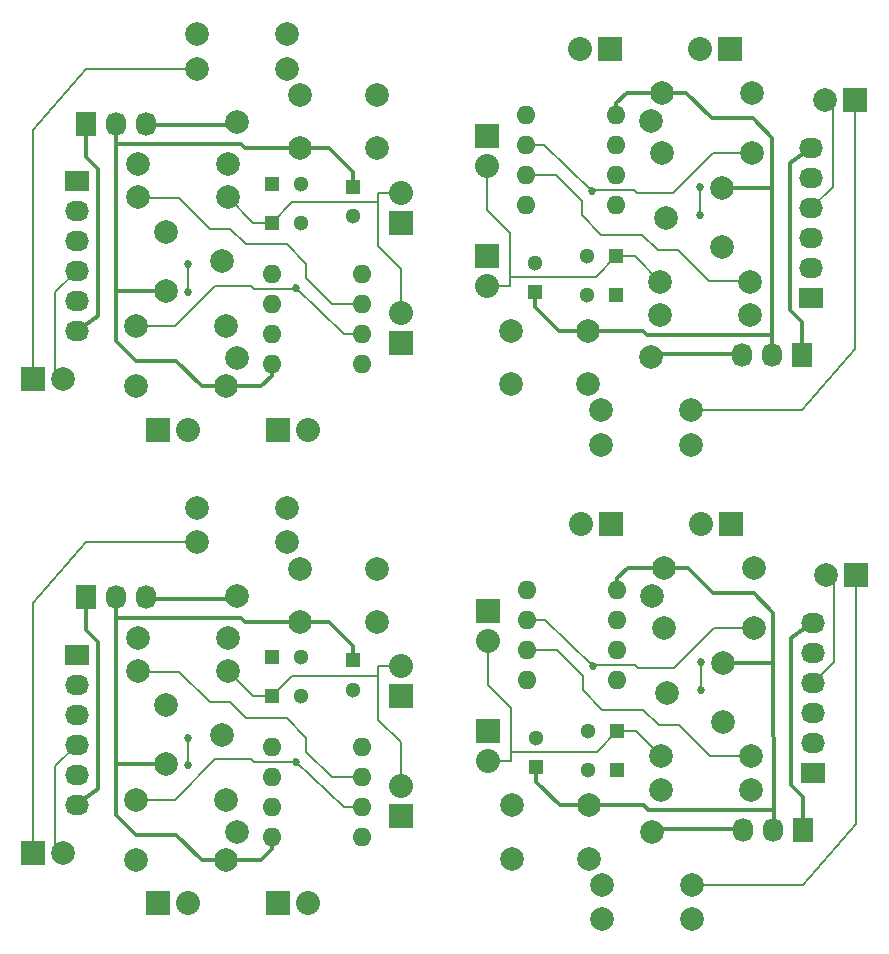
<source format=gtl>
%MOIN*%
%OFA0B0*%
%FSLAX46Y46*%
%IPPOS*%
%LPD*%
%ADD10C,0.0039370078740157488*%
%ADD11R,0.051181102362204731X0.051181102362204731*%
%ADD12C,0.051181102362204731*%
%ADD13R,0.07874015748031496X0.07874015748031496*%
%ADD14C,0.07874015748031496*%
%ADD15O,0.062992125984251982X0.062992125984251982*%
%ADD16R,0.08X0.08*%
%ADD17O,0.08X0.08*%
%ADD18C,0.0787*%
%ADD19R,0.08X0.068*%
%ADD20O,0.08X0.068*%
%ADD21R,0.068X0.08*%
%ADD22O,0.068X0.08*%
%ADD23C,0.027*%
%ADD24C,0.008*%
%ADD25C,0.012000000000000002*%
%ADD36C,0.0039370078740157488*%
%ADD37R,0.051181102362204731X0.051181102362204731*%
%ADD38C,0.051181102362204731*%
%ADD39R,0.07874015748031496X0.07874015748031496*%
%ADD40C,0.07874015748031496*%
%ADD41O,0.062992125984251982X0.062992125984251982*%
%ADD42R,0.08X0.08*%
%ADD43O,0.08X0.08*%
%ADD44C,0.0787*%
%ADD45R,0.08X0.068*%
%ADD46O,0.08X0.068*%
%ADD47R,0.068X0.08*%
%ADD48O,0.068X0.08*%
%ADD49C,0.027*%
%ADD50C,0.008*%
%ADD51C,0.012000000000000002*%
%ADD52C,0.0039370078740157488*%
%ADD53R,0.051181102362204731X0.051181102362204731*%
%ADD54C,0.051181102362204731*%
%ADD55R,0.07874015748031496X0.07874015748031496*%
%ADD56C,0.07874015748031496*%
%ADD57O,0.062992125984251982X0.062992125984251982*%
%ADD58R,0.08X0.08*%
%ADD59O,0.08X0.08*%
%ADD60C,0.0787*%
%ADD61R,0.08X0.068*%
%ADD62O,0.08X0.068*%
%ADD63R,0.068X0.08*%
%ADD64O,0.068X0.08*%
%ADD65C,0.027*%
%ADD66C,0.008*%
%ADD67C,0.012000000000000002*%
%ADD68C,0.0039370078740157488*%
%ADD69R,0.051181102362204731X0.051181102362204731*%
%ADD70C,0.051181102362204731*%
%ADD71R,0.07874015748031496X0.07874015748031496*%
%ADD72C,0.07874015748031496*%
%ADD73O,0.062992125984251982X0.062992125984251982*%
%ADD74R,0.08X0.08*%
%ADD75O,0.08X0.08*%
%ADD76C,0.0787*%
%ADD77R,0.08X0.068*%
%ADD78O,0.08X0.068*%
%ADD79R,0.068X0.08*%
%ADD80O,0.068X0.08*%
%ADD81C,0.027*%
%ADD82C,0.008*%
%ADD83C,0.012000000000000002*%
G01*
D10*
D11*
X0005787401Y-0004055118D02*
X0001067401Y0000894881D03*
D12*
X0001165826Y0000894881D03*
D11*
X0001337401Y0001014881D03*
D12*
X0001337401Y0000916456D03*
D11*
X0001067401Y0001024881D03*
D12*
X0001165826Y0001024881D03*
D13*
X0000271653Y0000372598D03*
D14*
X0000371653Y0000372598D03*
D15*
X0001367401Y0000424881D03*
X0001367401Y0000524881D03*
X0001367401Y0000624881D03*
X0001367401Y0000724881D03*
X0001067401Y0000724881D03*
X0001067401Y0000624881D03*
X0001067401Y0000524881D03*
X0001067401Y0000424881D03*
D16*
X0001087401Y0000204881D03*
D17*
X0001187401Y0000204881D03*
D16*
X0000687401Y0000204881D03*
D17*
X0000787401Y0000204881D03*
D16*
X0001497401Y0000894881D03*
D17*
X0001497401Y0000994881D03*
D16*
X0001497401Y0000494881D03*
D17*
X0001497401Y0000594881D03*
D18*
X0000921653Y0001089133D03*
X0000621653Y0001089133D03*
X0001118503Y0001408031D03*
X0000818503Y0001408031D03*
X0000818503Y0001522204D03*
X0001118503Y0001522204D03*
X0000913779Y0000348976D03*
X0000613779Y0000348976D03*
X0000621653Y0000978897D03*
X0000921653Y0000978897D03*
X0000613779Y0000549763D03*
X0000913779Y0000549763D03*
X0001163338Y0001142266D03*
X0001419338Y0001319466D03*
X0001163338Y0001319466D03*
X0001419338Y0001142266D03*
D19*
X0000417322Y0001034015D03*
D20*
X0000417322Y0000934015D03*
X0000417322Y0000834015D03*
X0000417322Y0000734015D03*
X0000417322Y0000634015D03*
X0000417322Y0000534015D03*
D14*
X0000952755Y0001230866D03*
X0000952755Y0000443464D03*
D18*
X0000714517Y0000864699D03*
X0000901574Y0000766299D03*
X0000714517Y0000667899D03*
D21*
X0000448818Y0001224409D03*
D22*
X0000548818Y0001224409D03*
X0000648818Y0001224409D03*
D23*
X0001147401Y0000677381D03*
X0000789901Y0000664881D03*
X0000789901Y0000757381D03*
D24*
X0001067401Y0000894881D02*
X0001005669Y0000894881D01*
X0001005669Y0000894881D02*
X0000921653Y0000978897D01*
X0001497401Y0000994881D02*
X0001421259Y0000994645D01*
X0001135669Y0000963149D02*
X0001067401Y0000894881D01*
X0001421259Y0000963149D02*
X0001135669Y0000963149D01*
X0001421259Y0000994645D02*
X0001421259Y0000963149D01*
X0001497401Y0000994881D02*
X0001472677Y0000994881D01*
X0001497401Y0000741338D02*
X0001497401Y0000594881D01*
X0001421259Y0000817480D02*
X0001497401Y0000741338D01*
X0001421259Y0000963149D02*
X0001421259Y0000817480D01*
X0001497401Y0000994881D02*
X0001492401Y0000994881D01*
D25*
X0000547401Y0000667899D02*
X0000547401Y0000499881D01*
X0000749090Y0000433881D02*
X0000833996Y0000348976D01*
X0000613401Y0000433881D02*
X0000749090Y0000433881D01*
X0000547401Y0000499881D02*
X0000613401Y0000433881D01*
X0000714517Y0000667899D02*
X0000547401Y0000667899D01*
X0000547401Y0000667899D02*
X0000547244Y0001156062D01*
X0001163338Y0001142266D02*
X0000978363Y0001142266D01*
X0000964566Y0001156062D02*
X0000547244Y0001156062D01*
X0000978363Y0001142266D02*
X0000964566Y0001156062D01*
X0000547244Y0001219055D02*
X0000547244Y0001156062D01*
X0000913779Y0000348976D02*
X0000833996Y0000348976D01*
X0001067401Y0000424881D02*
X0001067401Y0000384881D01*
X0001031496Y0000348976D02*
X0000913779Y0000348976D01*
X0001067401Y0000384881D02*
X0001031496Y0000348976D01*
X0001337401Y0001014881D02*
X0001337401Y0001062755D01*
X0001257891Y0001142266D02*
X0001163338Y0001142266D01*
X0001337401Y0001062755D02*
X0001257891Y0001142266D01*
D24*
X0001147401Y0000677381D02*
X0001144901Y0000674881D01*
X0001144901Y0000674881D02*
X0001009901Y0000674881D01*
X0001009901Y0000674881D02*
X0001007401Y0000674881D01*
X0001007401Y0000674881D02*
X0000997401Y0000684881D01*
X0000997401Y0000684881D02*
X0000879901Y0000684881D01*
X0000879901Y0000684881D02*
X0000744783Y0000549763D01*
X0000744783Y0000549763D02*
X0000613779Y0000549763D01*
X0001147401Y0000677381D02*
X0001308346Y0000524881D01*
X0001308346Y0000524881D02*
X0001367401Y0000524881D01*
X0000818503Y0001408031D02*
X0000448051Y0001408031D01*
X0000448051Y0001408031D02*
X0000272401Y0001204881D01*
X0000272401Y0001204881D02*
X0000272401Y0000369881D01*
X0000371653Y0000372598D02*
X0000346456Y0000397795D01*
X0000346456Y0000397795D02*
X0000346456Y0000663149D01*
X0000346456Y0000663149D02*
X0000417322Y0000734015D01*
X0001367086Y0000624566D02*
X0001267716Y0000624566D01*
X0000759901Y0000977381D02*
X0000623169Y0000977381D01*
X0000862401Y0000874881D02*
X0000759901Y0000977381D01*
X0000929901Y0000874881D02*
X0000862401Y0000874881D01*
X0000982401Y0000822381D02*
X0000929901Y0000874881D01*
X0001117401Y0000822381D02*
X0000982401Y0000822381D01*
X0001182401Y0000757381D02*
X0001117401Y0000822381D01*
X0001182401Y0000709881D02*
X0001182401Y0000757381D01*
X0001267716Y0000624566D02*
X0001182401Y0000709881D01*
X0000623169Y0000977381D02*
X0000621653Y0000978897D01*
X0000789901Y0000664881D02*
X0000789901Y0000757381D01*
D25*
X0000940944Y0001219055D02*
X0000645644Y0001219055D01*
X0000952755Y0001230866D02*
X0000940944Y0001219055D01*
X0000417401Y0000534881D02*
X0000487401Y0000584881D01*
X0000487401Y0001074881D02*
X0000447401Y0001114881D01*
X0000487401Y0000584881D02*
X0000487401Y0001074881D01*
X0000487401Y0000584881D02*
X0000487401Y0000584881D01*
X0000447401Y0001114881D02*
X0000447401Y0001214881D01*
G04 next file*
G04 #@! TF.FileFunction,Copper,L1,Top,Signal*
G04 Gerber Fmt 4.6, Leading zero omitted, Abs format (unit mm)*
G04 Created by KiCad (PCBNEW 4.0.1-stable) date 10/18/2017 12:48:17 AM*
G01*
G04 APERTURE LIST*
G04 APERTURE END LIST*
D36*
D37*
X0005787401Y-0002476377D02*
X0001067401Y0002473621D03*
D38*
X0001165826Y0002473621D03*
D37*
X0001337401Y0002593621D03*
D38*
X0001337401Y0002495196D03*
D37*
X0001067401Y0002603621D03*
D38*
X0001165826Y0002603621D03*
D39*
X0000271653Y0001951338D03*
D40*
X0000371653Y0001951338D03*
D41*
X0001367401Y0002003621D03*
X0001367401Y0002103621D03*
X0001367401Y0002203621D03*
X0001367401Y0002303621D03*
X0001067401Y0002303621D03*
X0001067401Y0002203621D03*
X0001067401Y0002103621D03*
X0001067401Y0002003621D03*
D42*
X0001087401Y0001783621D03*
D43*
X0001187401Y0001783621D03*
D42*
X0000687401Y0001783621D03*
D43*
X0000787401Y0001783621D03*
D42*
X0001497401Y0002473621D03*
D43*
X0001497401Y0002573621D03*
D42*
X0001497401Y0002073621D03*
D43*
X0001497401Y0002173621D03*
D44*
X0000921653Y0002667873D03*
X0000621653Y0002667873D03*
X0001118503Y0002986771D03*
X0000818503Y0002986771D03*
X0000818503Y0003100944D03*
X0001118503Y0003100944D03*
X0000913779Y0001927716D03*
X0000613779Y0001927716D03*
X0000621653Y0002557637D03*
X0000921653Y0002557637D03*
X0000613779Y0002128503D03*
X0000913779Y0002128503D03*
X0001163338Y0002721006D03*
X0001419338Y0002898206D03*
X0001163338Y0002898206D03*
X0001419338Y0002721006D03*
D45*
X0000417322Y0002612755D03*
D46*
X0000417322Y0002512755D03*
X0000417322Y0002412755D03*
X0000417322Y0002312755D03*
X0000417322Y0002212755D03*
X0000417322Y0002112755D03*
D40*
X0000952755Y0002809606D03*
X0000952755Y0002022204D03*
D44*
X0000714517Y0002443439D03*
X0000901574Y0002345039D03*
X0000714517Y0002246639D03*
D47*
X0000448818Y0002803149D03*
D48*
X0000548818Y0002803149D03*
X0000648818Y0002803149D03*
D49*
X0001147401Y0002256121D03*
X0000789901Y0002243621D03*
X0000789901Y0002336121D03*
D50*
X0001067401Y0002473621D02*
X0001005669Y0002473621D01*
X0001005669Y0002473621D02*
X0000921653Y0002557637D01*
X0001497401Y0002573621D02*
X0001421259Y0002573385D01*
X0001135669Y0002541889D02*
X0001067401Y0002473621D01*
X0001421259Y0002541889D02*
X0001135669Y0002541889D01*
X0001421259Y0002573385D02*
X0001421259Y0002541889D01*
X0001497401Y0002573621D02*
X0001472677Y0002573621D01*
X0001497401Y0002320078D02*
X0001497401Y0002173621D01*
X0001421259Y0002396220D02*
X0001497401Y0002320078D01*
X0001421259Y0002541889D02*
X0001421259Y0002396220D01*
X0001497401Y0002573621D02*
X0001492401Y0002573621D01*
D51*
X0000547401Y0002246639D02*
X0000547401Y0002078621D01*
X0000749090Y0002012621D02*
X0000833996Y0001927716D01*
X0000613401Y0002012621D02*
X0000749090Y0002012621D01*
X0000547401Y0002078621D02*
X0000613401Y0002012621D01*
X0000714517Y0002246639D02*
X0000547401Y0002246639D01*
X0000547401Y0002246639D02*
X0000547244Y0002734803D01*
X0001163338Y0002721006D02*
X0000978363Y0002721006D01*
X0000964566Y0002734803D02*
X0000547244Y0002734803D01*
X0000978363Y0002721006D02*
X0000964566Y0002734803D01*
X0000547244Y0002797795D02*
X0000547244Y0002734803D01*
X0000913779Y0001927716D02*
X0000833996Y0001927716D01*
X0001067401Y0002003621D02*
X0001067401Y0001963621D01*
X0001031496Y0001927716D02*
X0000913779Y0001927716D01*
X0001067401Y0001963621D02*
X0001031496Y0001927716D01*
X0001337401Y0002593621D02*
X0001337401Y0002641495D01*
X0001257891Y0002721006D02*
X0001163338Y0002721006D01*
X0001337401Y0002641495D02*
X0001257891Y0002721006D01*
D50*
X0001147401Y0002256121D02*
X0001144901Y0002253621D01*
X0001144901Y0002253621D02*
X0001009901Y0002253621D01*
X0001009901Y0002253621D02*
X0001007401Y0002253621D01*
X0001007401Y0002253621D02*
X0000997401Y0002263621D01*
X0000997401Y0002263621D02*
X0000879901Y0002263621D01*
X0000879901Y0002263621D02*
X0000744783Y0002128503D01*
X0000744783Y0002128503D02*
X0000613779Y0002128503D01*
X0001147401Y0002256121D02*
X0001308346Y0002103621D01*
X0001308346Y0002103621D02*
X0001367401Y0002103621D01*
X0000818503Y0002986771D02*
X0000448051Y0002986771D01*
X0000448051Y0002986771D02*
X0000272401Y0002783621D01*
X0000272401Y0002783621D02*
X0000272401Y0001948621D01*
X0000371653Y0001951338D02*
X0000346456Y0001976535D01*
X0000346456Y0001976535D02*
X0000346456Y0002241889D01*
X0000346456Y0002241889D02*
X0000417322Y0002312755D01*
X0001367086Y0002203307D02*
X0001267716Y0002203307D01*
X0000759901Y0002556121D02*
X0000623169Y0002556121D01*
X0000862401Y0002453621D02*
X0000759901Y0002556121D01*
X0000929901Y0002453621D02*
X0000862401Y0002453621D01*
X0000982401Y0002401121D02*
X0000929901Y0002453621D01*
X0001117401Y0002401121D02*
X0000982401Y0002401121D01*
X0001182401Y0002336121D02*
X0001117401Y0002401121D01*
X0001182401Y0002288621D02*
X0001182401Y0002336121D01*
X0001267716Y0002203307D02*
X0001182401Y0002288621D01*
X0000623169Y0002556121D02*
X0000621653Y0002557637D01*
X0000789901Y0002243621D02*
X0000789901Y0002336121D01*
D51*
X0000940944Y0002797795D02*
X0000645644Y0002797795D01*
X0000952755Y0002809606D02*
X0000940944Y0002797795D01*
X0000417401Y0002113621D02*
X0000487401Y0002163621D01*
X0000487401Y0002653621D02*
X0000447401Y0002693621D01*
X0000487401Y0002163621D02*
X0000487401Y0002653621D01*
X0000487401Y0002163621D02*
X0000487401Y0002163621D01*
X0000447401Y0002693621D02*
X0000447401Y0002793621D01*
G04 next file*
G04 #@! TF.FileFunction,Copper,L1,Top,Signal*
G04 Gerber Fmt 4.6, Leading zero omitted, Abs format (unit mm)*
G04 Created by KiCad (PCBNEW 4.0.1-stable) date 10/18/2017 12:48:17 AM*
G01*
G04 APERTURE LIST*
G04 APERTURE END LIST*
D52*
D53*
X-0002500000Y0005728346D02*
X0002220000Y0000778346D03*
D54*
X0002121574Y0000778346D03*
D53*
X0001950000Y0000658346D03*
D54*
X0001950000Y0000756771D03*
D53*
X0002220000Y0000648346D03*
D54*
X0002121574Y0000648346D03*
D55*
X0003015748Y0001300629D03*
D56*
X0002915748Y0001300629D03*
D57*
X0001920000Y0001248346D03*
X0001920000Y0001148346D03*
X0001920000Y0001048346D03*
X0001920000Y0000948346D03*
X0002220000Y0000948346D03*
X0002220000Y0001048346D03*
X0002220000Y0001148346D03*
X0002220000Y0001248346D03*
D58*
X0002199999Y0001468346D03*
D59*
X0002100000Y0001468346D03*
D58*
X0002599999Y0001468346D03*
D59*
X0002500000Y0001468346D03*
D58*
X0001789999Y0000778346D03*
D59*
X0001789999Y0000678346D03*
D58*
X0001789999Y0001178346D03*
D59*
X0001789999Y0001078346D03*
D60*
X0002365748Y0000584094D03*
X0002665748Y0000584094D03*
X0002168897Y0000265196D03*
X0002468897Y0000265196D03*
X0002468897Y0000151023D03*
X0002168897Y0000151023D03*
X0002373622Y0001324251D03*
X0002673622Y0001324251D03*
X0002665748Y0000694330D03*
X0002365748Y0000694330D03*
X0002673622Y0001123464D03*
X0002373622Y0001123464D03*
X0002124062Y0000530962D03*
X0001868062Y0000353762D03*
X0002124062Y0000353762D03*
X0001868062Y0000530962D03*
D61*
X0002870078Y0000639212D03*
D62*
X0002870078Y0000739212D03*
X0002870078Y0000839212D03*
X0002870078Y0000939212D03*
X0002870078Y0001039212D03*
X0002870078Y0001139212D03*
D56*
X0002334645Y0000442362D03*
X0002334645Y0001229763D03*
D60*
X0002572884Y0000808529D03*
X0002385826Y0000906929D03*
X0002572884Y0001005329D03*
D63*
X0002838582Y0000448818D03*
D64*
X0002738582Y0000448818D03*
X0002638582Y0000448818D03*
D65*
X0002139999Y0000995846D03*
X0002497499Y0001008346D03*
X0002497499Y0000915846D03*
D66*
X0002220000Y0000778346D02*
X0002281732Y0000778346D01*
X0002281732Y0000778346D02*
X0002365748Y0000694330D01*
X0001789999Y0000678346D02*
X0001866141Y0000678582D01*
X0002151732Y0000710078D02*
X0002220000Y0000778346D01*
X0001866141Y0000710078D02*
X0002151732Y0000710078D01*
X0001866141Y0000678582D02*
X0001866141Y0000710078D01*
X0001789999Y0000678346D02*
X0001814724Y0000678346D01*
X0001789999Y0000931889D02*
X0001789999Y0001078346D01*
X0001866141Y0000855748D02*
X0001789999Y0000931889D01*
X0001866141Y0000710078D02*
X0001866141Y0000855748D01*
X0001789999Y0000678346D02*
X0001795000Y0000678346D01*
D67*
X0002740000Y0001005329D02*
X0002740000Y0001173346D01*
X0002538311Y0001239346D02*
X0002453405Y0001324251D01*
X0002674000Y0001239346D02*
X0002538311Y0001239346D01*
X0002740000Y0001173346D02*
X0002674000Y0001239346D01*
X0002572884Y0001005329D02*
X0002740000Y0001005329D01*
X0002740000Y0001005329D02*
X0002740157Y0000517165D01*
X0002124062Y0000530962D02*
X0002309037Y0000530962D01*
X0002322834Y0000517165D02*
X0002740157Y0000517165D01*
X0002309037Y0000530962D02*
X0002322834Y0000517165D01*
X0002740157Y0000454173D02*
X0002740157Y0000517165D01*
X0002373622Y0001324251D02*
X0002453405Y0001324251D01*
X0002220000Y0001248346D02*
X0002220000Y0001288346D01*
X0002255905Y0001324251D02*
X0002373622Y0001324251D01*
X0002220000Y0001288346D02*
X0002255905Y0001324251D01*
X0001950000Y0000658346D02*
X0001950000Y0000610472D01*
X0002029510Y0000530962D02*
X0002124062Y0000530962D01*
X0001950000Y0000610472D02*
X0002029510Y0000530962D01*
D66*
X0002139999Y0000995846D02*
X0002142500Y0000998346D01*
X0002142500Y0000998346D02*
X0002277500Y0000998346D01*
X0002277500Y0000998346D02*
X0002280000Y0000998346D01*
X0002280000Y0000998346D02*
X0002290000Y0000988346D01*
X0002290000Y0000988346D02*
X0002407499Y0000988346D01*
X0002407499Y0000988346D02*
X0002542618Y0001123464D01*
X0002542618Y0001123464D02*
X0002673622Y0001123464D01*
X0002139999Y0000995846D02*
X0001979055Y0001148346D01*
X0001979055Y0001148346D02*
X0001920000Y0001148346D01*
X0002468897Y0000265196D02*
X0002839350Y0000265196D01*
X0002839350Y0000265196D02*
X0003014999Y0000468346D01*
X0003014999Y0000468346D02*
X0003014999Y0001303346D01*
X0002915748Y0001300629D02*
X0002940944Y0001275433D01*
X0002940944Y0001275433D02*
X0002940944Y0001010078D01*
X0002940944Y0001010078D02*
X0002870078Y0000939212D01*
X0001920314Y0001048661D02*
X0002019685Y0001048661D01*
X0002527499Y0000695846D02*
X0002664232Y0000695846D01*
X0002425000Y0000798346D02*
X0002527499Y0000695846D01*
X0002357500Y0000798346D02*
X0002425000Y0000798346D01*
X0002305000Y0000850846D02*
X0002357500Y0000798346D01*
X0002169999Y0000850846D02*
X0002305000Y0000850846D01*
X0002105000Y0000915846D02*
X0002169999Y0000850846D01*
X0002105000Y0000963346D02*
X0002105000Y0000915846D01*
X0002019685Y0001048661D02*
X0002105000Y0000963346D01*
X0002664232Y0000695846D02*
X0002665748Y0000694330D01*
X0002497499Y0001008346D02*
X0002497499Y0000915846D01*
D67*
X0002346456Y0000454173D02*
X0002641757Y0000454173D01*
X0002334645Y0000442362D02*
X0002346456Y0000454173D01*
X0002870000Y0001138346D02*
X0002800000Y0001088346D01*
X0002800000Y0000598346D02*
X0002840000Y0000558346D01*
X0002800000Y0001088346D02*
X0002800000Y0000598346D01*
X0002800000Y0001088346D02*
X0002800000Y0001088346D01*
X0002840000Y0000558346D02*
X0002840000Y0000458346D01*
G04 next file*
G04 #@! TF.FileFunction,Copper,L1,Top,Signal*
G04 Gerber Fmt 4.6, Leading zero omitted, Abs format (unit mm)*
G04 Created by KiCad (PCBNEW 4.0.1-stable) date 10/18/2017 12:48:17 AM*
G01*
G04 APERTURE LIST*
G04 APERTURE END LIST*
D68*
D69*
X-0002503936Y0007311024D02*
X0002216063Y0002361024D03*
D70*
X0002117637Y0002361024D03*
D69*
X0001946063Y0002241024D03*
D70*
X0001946063Y0002339449D03*
D69*
X0002216063Y0002231024D03*
D70*
X0002117637Y0002231024D03*
D71*
X0003011811Y0002883307D03*
D72*
X0002911811Y0002883307D03*
D73*
X0001916063Y0002831024D03*
X0001916063Y0002731024D03*
X0001916063Y0002631024D03*
X0001916063Y0002531024D03*
X0002216063Y0002531024D03*
X0002216063Y0002631024D03*
X0002216063Y0002731024D03*
X0002216063Y0002831024D03*
D74*
X0002196063Y0003051024D03*
D75*
X0002096063Y0003051024D03*
D74*
X0002596063Y0003051024D03*
D75*
X0002496063Y0003051024D03*
D74*
X0001786063Y0002361024D03*
D75*
X0001786063Y0002261024D03*
D74*
X0001786063Y0002761024D03*
D75*
X0001786063Y0002661024D03*
D76*
X0002361811Y0002166772D03*
X0002661811Y0002166772D03*
X0002164960Y0001847874D03*
X0002464960Y0001847874D03*
X0002464960Y0001733701D03*
X0002164960Y0001733701D03*
X0002369685Y0002906929D03*
X0002669685Y0002906929D03*
X0002661811Y0002277008D03*
X0002361811Y0002277008D03*
X0002669685Y0002706142D03*
X0002369685Y0002706142D03*
X0002120126Y0002113639D03*
X0001864126Y0001936439D03*
X0002120126Y0001936439D03*
X0001864126Y0002113639D03*
D77*
X0002866141Y0002221890D03*
D78*
X0002866141Y0002321890D03*
X0002866141Y0002421890D03*
X0002866141Y0002521890D03*
X0002866141Y0002621890D03*
X0002866141Y0002721890D03*
D72*
X0002330708Y0002025039D03*
X0002330708Y0002812441D03*
D76*
X0002568947Y0002391206D03*
X0002381889Y0002489606D03*
X0002568947Y0002588006D03*
D79*
X0002834645Y0002031496D03*
D80*
X0002734645Y0002031496D03*
X0002634645Y0002031496D03*
D81*
X0002136063Y0002578524D03*
X0002493563Y0002591024D03*
X0002493563Y0002498524D03*
D82*
X0002216063Y0002361024D02*
X0002277795Y0002361024D01*
X0002277795Y0002361024D02*
X0002361811Y0002277008D01*
X0001786063Y0002261024D02*
X0001862204Y0002261260D01*
X0002147795Y0002292756D02*
X0002216063Y0002361024D01*
X0001862204Y0002292756D02*
X0002147795Y0002292756D01*
X0001862204Y0002261260D02*
X0001862204Y0002292756D01*
X0001786063Y0002261024D02*
X0001810787Y0002261024D01*
X0001786063Y0002514567D02*
X0001786063Y0002661024D01*
X0001862204Y0002438425D02*
X0001786063Y0002514567D01*
X0001862204Y0002292756D02*
X0001862204Y0002438425D01*
X0001786063Y0002261024D02*
X0001791063Y0002261024D01*
D83*
X0002736063Y0002588006D02*
X0002736063Y0002756024D01*
X0002534374Y0002822024D02*
X0002449468Y0002906929D01*
X0002670063Y0002822024D02*
X0002534374Y0002822024D01*
X0002736063Y0002756024D02*
X0002670063Y0002822024D01*
X0002568947Y0002588006D02*
X0002736063Y0002588006D01*
X0002736063Y0002588006D02*
X0002736220Y0002099842D01*
X0002120126Y0002113639D02*
X0002305100Y0002113639D01*
X0002318897Y0002099842D02*
X0002736220Y0002099842D01*
X0002305100Y0002113639D02*
X0002318897Y0002099842D01*
X0002736220Y0002036850D02*
X0002736220Y0002099842D01*
X0002369685Y0002906929D02*
X0002449468Y0002906929D01*
X0002216063Y0002831024D02*
X0002216063Y0002871024D01*
X0002251968Y0002906929D02*
X0002369685Y0002906929D01*
X0002216063Y0002871024D02*
X0002251968Y0002906929D01*
X0001946063Y0002241024D02*
X0001946063Y0002193150D01*
X0002025573Y0002113639D02*
X0002120126Y0002113639D01*
X0001946063Y0002193150D02*
X0002025573Y0002113639D01*
D82*
X0002136063Y0002578524D02*
X0002138563Y0002581024D01*
X0002138563Y0002581024D02*
X0002273563Y0002581024D01*
X0002273563Y0002581024D02*
X0002276063Y0002581024D01*
X0002276063Y0002581024D02*
X0002286063Y0002571024D01*
X0002286063Y0002571024D02*
X0002403563Y0002571024D01*
X0002403563Y0002571024D02*
X0002538681Y0002706142D01*
X0002538681Y0002706142D02*
X0002669685Y0002706142D01*
X0002136063Y0002578524D02*
X0001975118Y0002731024D01*
X0001975118Y0002731024D02*
X0001916063Y0002731024D01*
X0002464960Y0001847874D02*
X0002835413Y0001847874D01*
X0002835413Y0001847874D02*
X0003011063Y0002051024D01*
X0003011063Y0002051024D02*
X0003011063Y0002886024D01*
X0002911811Y0002883307D02*
X0002937007Y0002858110D01*
X0002937007Y0002858110D02*
X0002937007Y0002592756D01*
X0002937007Y0002592756D02*
X0002866141Y0002521890D01*
X0001916377Y0002631339D02*
X0002015748Y0002631339D01*
X0002523563Y0002278524D02*
X0002660295Y0002278524D01*
X0002421063Y0002381024D02*
X0002523563Y0002278524D01*
X0002353563Y0002381024D02*
X0002421063Y0002381024D01*
X0002301063Y0002433524D02*
X0002353563Y0002381024D01*
X0002166063Y0002433524D02*
X0002301063Y0002433524D01*
X0002101063Y0002498524D02*
X0002166063Y0002433524D01*
X0002101063Y0002546024D02*
X0002101063Y0002498524D01*
X0002015748Y0002631339D02*
X0002101063Y0002546024D01*
X0002660295Y0002278524D02*
X0002661811Y0002277008D01*
X0002493563Y0002591024D02*
X0002493563Y0002498524D01*
D83*
X0002342519Y0002036850D02*
X0002637820Y0002036850D01*
X0002330708Y0002025039D02*
X0002342519Y0002036850D01*
X0002866063Y0002721024D02*
X0002796063Y0002671024D01*
X0002796063Y0002181024D02*
X0002836063Y0002141024D01*
X0002796063Y0002671024D02*
X0002796063Y0002181024D01*
X0002796063Y0002671024D02*
X0002796063Y0002671024D01*
X0002836063Y0002141024D02*
X0002836063Y0002041024D01*
M02*
</source>
